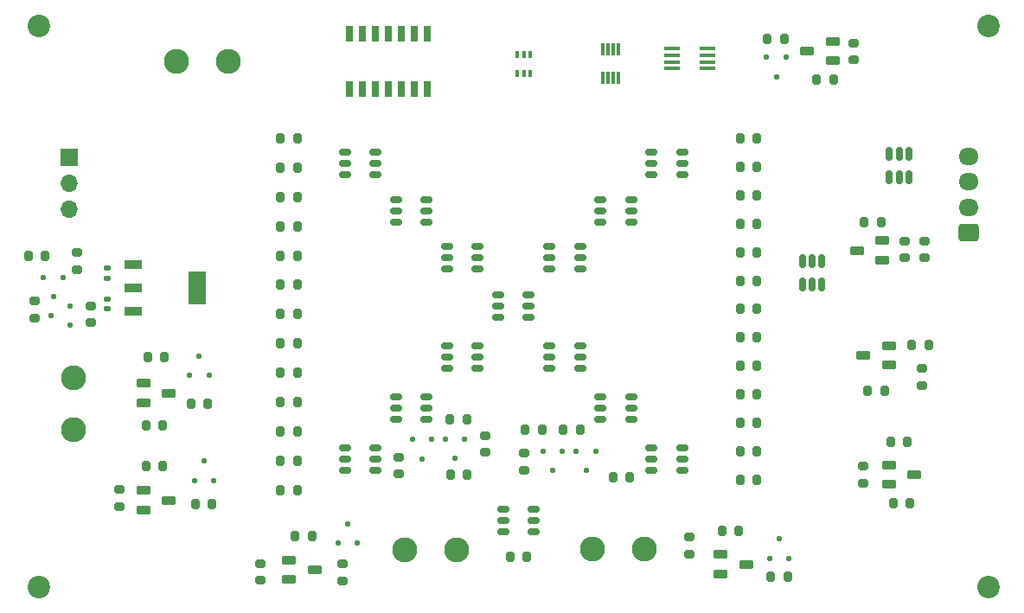
<source format=gbr>
%TF.GenerationSoftware,KiCad,Pcbnew,8.0.5*%
%TF.CreationDate,2025-03-15T22:57:07+02:00*%
%TF.ProjectId,MOSFET Controller,4d4f5346-4554-4204-936f-6e74726f6c6c,rev?*%
%TF.SameCoordinates,Original*%
%TF.FileFunction,Soldermask,Top*%
%TF.FilePolarity,Negative*%
%FSLAX46Y46*%
G04 Gerber Fmt 4.6, Leading zero omitted, Abs format (unit mm)*
G04 Created by KiCad (PCBNEW 8.0.5) date 2025-03-15 22:57:07*
%MOMM*%
%LPD*%
G01*
G04 APERTURE LIST*
G04 Aperture macros list*
%AMRoundRect*
0 Rectangle with rounded corners*
0 $1 Rounding radius*
0 $2 $3 $4 $5 $6 $7 $8 $9 X,Y pos of 4 corners*
0 Add a 4 corners polygon primitive as box body*
4,1,4,$2,$3,$4,$5,$6,$7,$8,$9,$2,$3,0*
0 Add four circle primitives for the rounded corners*
1,1,$1+$1,$2,$3*
1,1,$1+$1,$4,$5*
1,1,$1+$1,$6,$7*
1,1,$1+$1,$8,$9*
0 Add four rect primitives between the rounded corners*
20,1,$1+$1,$2,$3,$4,$5,0*
20,1,$1+$1,$4,$5,$6,$7,0*
20,1,$1+$1,$6,$7,$8,$9,0*
20,1,$1+$1,$8,$9,$2,$3,0*%
G04 Aperture macros list end*
%ADD10RoundRect,0.200000X-0.200000X-0.275000X0.200000X-0.275000X0.200000X0.275000X-0.200000X0.275000X0*%
%ADD11RoundRect,0.125000X0.125000X-0.125000X0.125000X0.125000X-0.125000X0.125000X-0.125000X-0.125000X0*%
%ADD12RoundRect,0.200000X0.275000X-0.200000X0.275000X0.200000X-0.275000X0.200000X-0.275000X-0.200000X0*%
%ADD13RoundRect,0.200000X-0.275000X0.200000X-0.275000X-0.200000X0.275000X-0.200000X0.275000X0.200000X0*%
%ADD14RoundRect,0.125000X-0.125000X0.125000X-0.125000X-0.125000X0.125000X-0.125000X0.125000X0.125000X0*%
%ADD15C,2.200000*%
%ADD16RoundRect,0.200000X0.200000X0.275000X-0.200000X0.275000X-0.200000X-0.275000X0.200000X-0.275000X0*%
%ADD17RoundRect,0.198500X-0.508500X-0.198500X0.508500X-0.198500X0.508500X0.198500X-0.508500X0.198500X0*%
%ADD18C,2.454000*%
%ADD19RoundRect,0.150000X0.450000X0.150000X-0.450000X0.150000X-0.450000X-0.150000X0.450000X-0.150000X0*%
%ADD20RoundRect,0.100000X0.100000X-0.225000X0.100000X0.225000X-0.100000X0.225000X-0.100000X-0.225000X0*%
%ADD21RoundRect,0.198500X0.508500X0.198500X-0.508500X0.198500X-0.508500X-0.198500X0.508500X-0.198500X0*%
%ADD22RoundRect,0.150000X-0.450000X-0.150000X0.450000X-0.150000X0.450000X0.150000X-0.450000X0.150000X0*%
%ADD23RoundRect,0.140000X0.170000X-0.140000X0.170000X0.140000X-0.170000X0.140000X-0.170000X-0.140000X0*%
%ADD24RoundRect,0.140000X-0.170000X0.140000X-0.170000X-0.140000X0.170000X-0.140000X0.170000X0.140000X0*%
%ADD25R,1.700000X1.700000*%
%ADD26O,1.700000X1.700000*%
%ADD27R,1.600000X0.300000*%
%ADD28R,1.750000X0.950000*%
%ADD29R,1.750000X3.200000*%
%ADD30RoundRect,0.150000X-0.150000X0.512500X-0.150000X-0.512500X0.150000X-0.512500X0.150000X0.512500X0*%
%ADD31RoundRect,0.125000X0.125000X0.125000X-0.125000X0.125000X-0.125000X-0.125000X0.125000X-0.125000X0*%
%ADD32RoundRect,0.087500X0.087500X-0.537500X0.087500X0.537500X-0.087500X0.537500X-0.087500X-0.537500X0*%
%ADD33R,0.650000X1.525000*%
%ADD34RoundRect,0.250000X0.725000X-0.600000X0.725000X0.600000X-0.725000X0.600000X-0.725000X-0.600000X0*%
%ADD35O,1.950000X1.700000*%
G04 APERTURE END LIST*
D10*
%TO.C,R23*%
X124175000Y-86410264D03*
X125825000Y-86410264D03*
%TD*%
D11*
%TO.C,AO3403A5*%
X172070000Y-124665000D03*
X173970000Y-124665000D03*
X172992500Y-122775000D03*
%TD*%
D12*
%TO.C,R29*%
X181250000Y-117325000D03*
X181250000Y-115675000D03*
%TD*%
D13*
%TO.C,R34*%
X187230000Y-93585000D03*
X187230000Y-95235000D03*
%TD*%
D14*
%TO.C,AO3403A7*%
X142200000Y-113005000D03*
X140300000Y-113005000D03*
X141277500Y-114895000D03*
%TD*%
D15*
%TO.C,H3*%
X193500000Y-127500000D03*
%TD*%
D16*
%TO.C,R27*%
X148325000Y-124500000D03*
X146675000Y-124500000D03*
%TD*%
%TO.C,R43*%
X112825000Y-105000000D03*
X111175000Y-105000000D03*
%TD*%
D17*
%TO.C,Q8*%
X167245000Y-124300000D03*
X167245000Y-126200000D03*
X169755000Y-125250000D03*
%TD*%
D10*
%TO.C,R36*%
X181350000Y-91750000D03*
X183000000Y-91750000D03*
%TD*%
D16*
%TO.C,R48*%
X173505000Y-73800000D03*
X171855000Y-73800000D03*
%TD*%
%TO.C,R14*%
X170825000Y-117000000D03*
X169175000Y-117000000D03*
%TD*%
%TO.C,R28*%
X185575000Y-113250000D03*
X183925000Y-113250000D03*
%TD*%
D11*
%TO.C,AO3403A1*%
X129800000Y-123185000D03*
X131700000Y-123185000D03*
X130722500Y-121295000D03*
%TD*%
D10*
%TO.C,R12*%
X124175000Y-106512822D03*
X125825000Y-106512822D03*
%TD*%
D13*
%TO.C,R63*%
X100120000Y-99495000D03*
X100120000Y-101145000D03*
%TD*%
D18*
%TO.C,J4*%
X103930000Y-112050000D03*
X103930000Y-106970000D03*
%TD*%
D19*
%TO.C,RS-3535MWAR6*%
X150500000Y-94150000D03*
X150500000Y-95250000D03*
X150500000Y-96350000D03*
X153500000Y-96350000D03*
X153500000Y-95250000D03*
X153500000Y-94150000D03*
%TD*%
D16*
%TO.C,R52*%
X149775000Y-112090000D03*
X148125000Y-112090000D03*
%TD*%
D12*
%TO.C,R58*%
X144250000Y-114285000D03*
X144250000Y-112635000D03*
%TD*%
D13*
%TO.C,R35*%
X185250000Y-93585000D03*
X185250000Y-95235000D03*
%TD*%
D19*
%TO.C,RS-3535MWAR4*%
X160500000Y-84900000D03*
X160500000Y-86000000D03*
X160500000Y-87100000D03*
X163500000Y-87100000D03*
X163500000Y-86000000D03*
X163500000Y-84900000D03*
%TD*%
%TO.C,RS-3535MWAR3*%
X150500000Y-103900000D03*
X150500000Y-105000000D03*
X150500000Y-106100000D03*
X153500000Y-106100000D03*
X153500000Y-105000000D03*
X153500000Y-103900000D03*
%TD*%
D20*
%TO.C,IC5*%
X147350000Y-77200000D03*
X148000000Y-77200000D03*
X148650000Y-77200000D03*
X148650000Y-75300000D03*
X148000000Y-75300000D03*
X147350000Y-75300000D03*
%TD*%
D19*
%TO.C,RS-3535MWAR5*%
X155500000Y-89600000D03*
X155500000Y-90700000D03*
X155500000Y-91800000D03*
X158500000Y-91800000D03*
X158500000Y-90700000D03*
X158500000Y-89600000D03*
%TD*%
D13*
%TO.C,R39*%
X130255000Y-125225000D03*
X130255000Y-126875000D03*
%TD*%
D10*
%TO.C,R42*%
X115835000Y-119360000D03*
X117485000Y-119360000D03*
%TD*%
%TO.C,R33*%
X181675000Y-108250000D03*
X183325000Y-108250000D03*
%TD*%
%TO.C,R51*%
X172170000Y-126450000D03*
X173820000Y-126450000D03*
%TD*%
D16*
%TO.C,R16*%
X170825000Y-105846150D03*
X169175000Y-105846150D03*
%TD*%
D19*
%TO.C,RS-3535MWAR2*%
X155500000Y-108900000D03*
X155500000Y-110000000D03*
X155500000Y-111100000D03*
X158500000Y-111100000D03*
X158500000Y-110000000D03*
X158500000Y-108900000D03*
%TD*%
D16*
%TO.C,R18*%
X170825000Y-89115390D03*
X169175000Y-89115390D03*
%TD*%
D10*
%TO.C,R22*%
X124175000Y-92153852D03*
X125825000Y-92153852D03*
%TD*%
D12*
%TO.C,R53*%
X148030000Y-116035000D03*
X148030000Y-114385000D03*
%TD*%
D14*
%TO.C,AO3403A6*%
X155030000Y-114195000D03*
X153130000Y-114195000D03*
X154107500Y-116085000D03*
%TD*%
D12*
%TO.C,R31*%
X187000000Y-107750000D03*
X187000000Y-106100000D03*
%TD*%
D16*
%TO.C,R2*%
X170825000Y-114211530D03*
X169175000Y-114211530D03*
%TD*%
D10*
%TO.C,R11*%
X124175000Y-100769234D03*
X125825000Y-100769234D03*
%TD*%
D18*
%TO.C,J6*%
X114000000Y-76000000D03*
X119080000Y-76000000D03*
%TD*%
D21*
%TO.C,Q7*%
X178255000Y-75950000D03*
X178255000Y-74050000D03*
X175745000Y-75000000D03*
%TD*%
D10*
%TO.C,R46*%
X176680000Y-77800000D03*
X178330000Y-77800000D03*
%TD*%
D16*
%TO.C,R17*%
X170825000Y-83538470D03*
X169175000Y-83538470D03*
%TD*%
D10*
%TO.C,R25*%
X124175000Y-109384616D03*
X125825000Y-109384616D03*
%TD*%
D22*
%TO.C,RS-3535MWAR11*%
X138500000Y-111100000D03*
X138500000Y-110000000D03*
X138500000Y-108900000D03*
X135500000Y-108900000D03*
X135500000Y-110000000D03*
X135500000Y-111100000D03*
%TD*%
D16*
%TO.C,R37*%
X127255000Y-122500000D03*
X125605000Y-122500000D03*
%TD*%
D15*
%TO.C,H2*%
X100500000Y-72500000D03*
%TD*%
D17*
%TO.C,Q1*%
X183745000Y-115550000D03*
X183745000Y-117450000D03*
X186255000Y-116500000D03*
%TD*%
D16*
%TO.C,R19*%
X170825000Y-94692310D03*
X169175000Y-94692310D03*
%TD*%
D23*
%TO.C,C2*%
X107250000Y-100250000D03*
X107250000Y-99290000D03*
%TD*%
D16*
%TO.C,R49*%
X169070000Y-121950000D03*
X167420000Y-121950000D03*
%TD*%
%TO.C,R54*%
X153525000Y-112040000D03*
X151875000Y-112040000D03*
%TD*%
D10*
%TO.C,R10*%
X124175000Y-83538470D03*
X125825000Y-83538470D03*
%TD*%
D24*
%TO.C,C1*%
X107250000Y-96270000D03*
X107250000Y-97230000D03*
%TD*%
D25*
%TO.C,J5*%
X103500000Y-85420000D03*
D26*
X103500000Y-87960000D03*
X103500000Y-90500000D03*
%TD*%
D27*
%TO.C,IC6*%
X162550000Y-74775000D03*
X162550000Y-75425000D03*
X162550000Y-76075000D03*
X162550000Y-76725000D03*
X165950000Y-76725000D03*
X165950000Y-76075000D03*
X165950000Y-75425000D03*
X165950000Y-74775000D03*
%TD*%
D11*
%TO.C,AO3403A3*%
X115290000Y-106755000D03*
X117190000Y-106755000D03*
X116212500Y-104865000D03*
%TD*%
D28*
%TO.C,IC7*%
X109750000Y-95900000D03*
X109750000Y-98200000D03*
X109750000Y-100500000D03*
D29*
X116050000Y-98200000D03*
%TD*%
D19*
%TO.C,RS-3535MWAR13*%
X145500000Y-98900000D03*
X145500000Y-100000000D03*
X145500000Y-101100000D03*
X148500000Y-101100000D03*
X148500000Y-100000000D03*
X148500000Y-98900000D03*
%TD*%
D10*
%TO.C,R26*%
X124175000Y-115128204D03*
X125825000Y-115128204D03*
%TD*%
D12*
%TO.C,R50*%
X164210000Y-124235000D03*
X164210000Y-122585000D03*
%TD*%
D16*
%TO.C,R3*%
X170825000Y-108634610D03*
X169175000Y-108634610D03*
%TD*%
D30*
%TO.C,IC1*%
X177200000Y-95612500D03*
X176250000Y-95612500D03*
X175300000Y-95612500D03*
X175300000Y-97887500D03*
X176250000Y-97887500D03*
X177200000Y-97887500D03*
%TD*%
D15*
%TO.C,H1*%
X193500000Y-72500000D03*
%TD*%
D10*
%TO.C,R55*%
X156735000Y-116730000D03*
X158385000Y-116730000D03*
%TD*%
D17*
%TO.C,Q5*%
X110745000Y-118050000D03*
X110745000Y-119950000D03*
X113255000Y-119000000D03*
%TD*%
D16*
%TO.C,R20*%
X170825000Y-100269230D03*
X169175000Y-100269230D03*
%TD*%
%TO.C,R44*%
X112685000Y-111630000D03*
X111035000Y-111630000D03*
%TD*%
D17*
%TO.C,Q4*%
X125000000Y-124850000D03*
X125000000Y-126750000D03*
X127510000Y-125800000D03*
%TD*%
D10*
%TO.C,R9*%
X124175000Y-89282058D03*
X125825000Y-89282058D03*
%TD*%
%TO.C,R32*%
X185995000Y-103800000D03*
X187645000Y-103800000D03*
%TD*%
%TO.C,R61*%
X99515000Y-95050000D03*
X101165000Y-95050000D03*
%TD*%
D19*
%TO.C,RS-3535MWAR1*%
X160500000Y-113900000D03*
X160500000Y-115000000D03*
X160500000Y-116100000D03*
X163500000Y-116100000D03*
X163500000Y-115000000D03*
X163500000Y-113900000D03*
%TD*%
D14*
%TO.C,AO3403A4*%
X173660000Y-75625000D03*
X171760000Y-75625000D03*
X172737500Y-77515000D03*
%TD*%
D18*
%TO.C,J3*%
X141420000Y-123870000D03*
X136340000Y-123870000D03*
%TD*%
D22*
%TO.C,RS-3535MWAR8*%
X138500000Y-91800000D03*
X138500000Y-90700000D03*
X138500000Y-89600000D03*
X135500000Y-89600000D03*
X135500000Y-90700000D03*
X135500000Y-91800000D03*
%TD*%
D14*
%TO.C,Q10*%
X139000000Y-113035000D03*
X137100000Y-113035000D03*
X138077500Y-114925000D03*
%TD*%
D12*
%TO.C,R38*%
X122250000Y-126825000D03*
X122250000Y-125175000D03*
%TD*%
D21*
%TO.C,Q3*%
X183115000Y-95480000D03*
X183115000Y-93580000D03*
X180605000Y-94530000D03*
%TD*%
D10*
%TO.C,R13*%
X124175000Y-112256410D03*
X125825000Y-112256410D03*
%TD*%
D22*
%TO.C,RS-3535MWAR7*%
X143500000Y-96350000D03*
X143500000Y-95250000D03*
X143500000Y-94150000D03*
X140500000Y-94150000D03*
X140500000Y-95250000D03*
X140500000Y-96350000D03*
%TD*%
D31*
%TO.C,AO3403A8*%
X103575000Y-101850000D03*
X103575000Y-99950000D03*
X101685000Y-100927500D03*
%TD*%
D13*
%TO.C,R47*%
X180255000Y-74225000D03*
X180255000Y-75875000D03*
%TD*%
D32*
%TO.C,IC3*%
X155750000Y-77650000D03*
X156250000Y-77650000D03*
X156750000Y-77650000D03*
X157250000Y-77650000D03*
X157250000Y-74850000D03*
X156750000Y-74850000D03*
X156250000Y-74850000D03*
X155750000Y-74850000D03*
%TD*%
D33*
%TO.C,IC4*%
X138560000Y-73288000D03*
X137290000Y-73288000D03*
X136020000Y-73288000D03*
X134750000Y-73288000D03*
X133480000Y-73288000D03*
X132210000Y-73288000D03*
X130940000Y-73288000D03*
X130940000Y-78712000D03*
X132210000Y-78712000D03*
X133480000Y-78712000D03*
X134750000Y-78712000D03*
X136020000Y-78712000D03*
X137290000Y-78712000D03*
X138560000Y-78712000D03*
%TD*%
D21*
%TO.C,Q2*%
X183750000Y-105750000D03*
X183750000Y-103850000D03*
X181240000Y-104800000D03*
%TD*%
D22*
%TO.C,RS-3535MWAR14*%
X149000000Y-122100000D03*
X149000000Y-121000000D03*
X149000000Y-119900000D03*
X146000000Y-119900000D03*
X146000000Y-121000000D03*
X146000000Y-122100000D03*
%TD*%
D14*
%TO.C,Q9*%
X151760000Y-114175000D03*
X149860000Y-114175000D03*
X150837500Y-116065000D03*
%TD*%
D12*
%TO.C,R41*%
X108410000Y-119610000D03*
X108410000Y-117960000D03*
%TD*%
D10*
%TO.C,R45*%
X115425000Y-109500000D03*
X117075000Y-109500000D03*
%TD*%
D34*
%TO.C,J1*%
X191580000Y-92800000D03*
D35*
X191580000Y-90300000D03*
X191580000Y-87800000D03*
X191580000Y-85300000D03*
%TD*%
D12*
%TO.C,R57*%
X135790000Y-116440000D03*
X135790000Y-114790000D03*
%TD*%
D10*
%TO.C,R21*%
X124175000Y-97897440D03*
X125825000Y-97897440D03*
%TD*%
D18*
%TO.C,J2*%
X159820000Y-123780000D03*
X154740000Y-123780000D03*
%TD*%
D22*
%TO.C,RS-3535MWAR12*%
X133500000Y-116100000D03*
X133500000Y-115000000D03*
X133500000Y-113900000D03*
X130500000Y-113900000D03*
X130500000Y-115000000D03*
X130500000Y-116100000D03*
%TD*%
D16*
%TO.C,R5*%
X170825000Y-91903850D03*
X169175000Y-91903850D03*
%TD*%
D10*
%TO.C,R1*%
X124175000Y-118000000D03*
X125825000Y-118000000D03*
%TD*%
D16*
%TO.C,R15*%
X170825000Y-111423070D03*
X169175000Y-111423070D03*
%TD*%
D15*
%TO.C,H4*%
X100500000Y-127500000D03*
%TD*%
D16*
%TO.C,R4*%
X170825000Y-86326930D03*
X169175000Y-86326930D03*
%TD*%
D14*
%TO.C,Q11*%
X102870000Y-97155000D03*
X100970000Y-97155000D03*
X101947500Y-99045000D03*
%TD*%
D16*
%TO.C,R56*%
X142415000Y-111060000D03*
X140765000Y-111060000D03*
%TD*%
D12*
%TO.C,R60*%
X104250000Y-96415000D03*
X104250000Y-94765000D03*
%TD*%
D17*
%TO.C,Q6*%
X110745000Y-107550000D03*
X110745000Y-109450000D03*
X113255000Y-108500000D03*
%TD*%
D16*
%TO.C,R30*%
X185825000Y-119250000D03*
X184175000Y-119250000D03*
%TD*%
%TO.C,R40*%
X112660000Y-115610000D03*
X111010000Y-115610000D03*
%TD*%
D10*
%TO.C,R24*%
X124175000Y-103641028D03*
X125825000Y-103641028D03*
%TD*%
D11*
%TO.C,AO3403A2*%
X115760000Y-117035000D03*
X117660000Y-117035000D03*
X116682500Y-115145000D03*
%TD*%
D30*
%TO.C,IC2*%
X185700000Y-85112500D03*
X184750000Y-85112500D03*
X183800000Y-85112500D03*
X183800000Y-87387500D03*
X184750000Y-87387500D03*
X185700000Y-87387500D03*
%TD*%
D10*
%TO.C,R59*%
X140825000Y-116510000D03*
X142475000Y-116510000D03*
%TD*%
D16*
%TO.C,R7*%
X170825000Y-103057690D03*
X169175000Y-103057690D03*
%TD*%
D22*
%TO.C,RS-3535MWAR9*%
X133500000Y-87100000D03*
X133500000Y-86000000D03*
X133500000Y-84900000D03*
X130500000Y-84900000D03*
X130500000Y-86000000D03*
X130500000Y-87100000D03*
%TD*%
D16*
%TO.C,R6*%
X170825000Y-97480770D03*
X169175000Y-97480770D03*
%TD*%
D22*
%TO.C,RS-3535MWAR10*%
X143500000Y-106100000D03*
X143500000Y-105000000D03*
X143500000Y-103900000D03*
X140500000Y-103900000D03*
X140500000Y-105000000D03*
X140500000Y-106100000D03*
%TD*%
D10*
%TO.C,R8*%
X124175000Y-95025646D03*
X125825000Y-95025646D03*
%TD*%
D12*
%TO.C,R62*%
X105610000Y-101595000D03*
X105610000Y-99945000D03*
%TD*%
M02*

</source>
